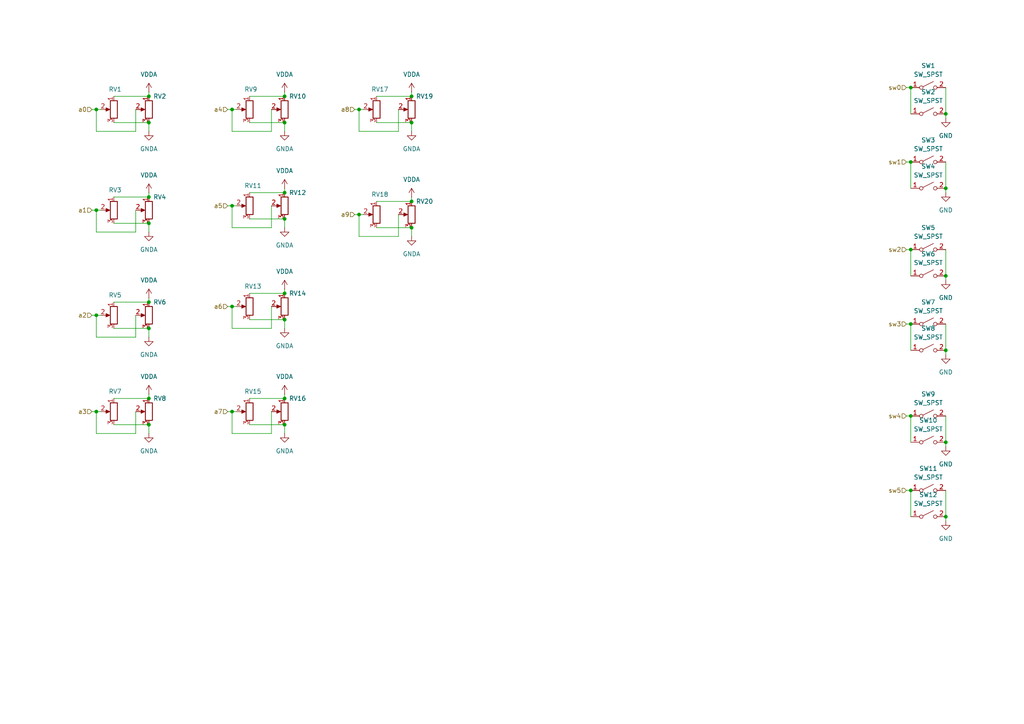
<source format=kicad_sch>
(kicad_sch (version 20250114) (generator "eeschema") (generator_version "9.0")
  (paper "A4")
  (lib_symbols
    (symbol "Device:R_Potentiometer" (pin_names (offset 1.016) (hide yes))
      (property "Reference" "RV" (at -4.445 0 90))
      (property "Value" "R_Potentiometer" (at -2.54 0 90))
      (symbol "R_Potentiometer_0_1"
        (rectangle (start 1.016 2.54) (end -1.016 -2.54) (stroke (width 0.254)))
        (polyline (pts (xy 1.143 0) (xy 2.286 0.508) (xy 2.286 -0.508) (xy 1.143 0)) (fill (type outline)))
        (polyline (pts (xy 2.54 0) (xy 1.524 0)))
      )
      (symbol "R_Potentiometer_1_1"
        (pin passive line (at 0 3.81 270) (length 1.27) (name "1") (number "1"))
        (pin passive line (at 0 -3.81 90) (length 1.27) (name "3") (number "3"))
        (pin passive line (at 3.81 0 180) (length 1.27) (name "2") (number "2"))
      )
    )
    (symbol "Switch:SW_SPST" (pin_names (offset 0) (hide yes))
      (property "Reference" "SW" (at 0 3.175 0))
      (property "Value" "SW_SPST" (at 0 -2.54 0))
      (symbol "SW_SPST_0_0"
        (circle (center -2.032 0) (radius 0.508))
        (polyline (pts (xy -1.524 0.254) (xy 1.524 1.778)))
        (circle (center 2.032 0) (radius 0.508))
      )
      (symbol "SW_SPST_1_1"
        (pin passive line (at -5.08 0 0) (length 2.54) (name "A") (number "1"))
        (pin passive line (at 5.08 0 180) (length 2.54) (name "B") (number "2"))
      )
    )
    (symbol "power:GND" (power) (pin_numbers (hide yes)) (pin_names (offset 0) (hide yes))
      (property "Value" "GND" (at 0 -3.81 0))
      (symbol "GND_0_1"
        (polyline (pts (xy 0 0) (xy 0 -1.27) (xy 1.27 -1.27) (xy 0 -2.54) (xy -1.27 -1.27) (xy 0 -1.27)))
      )
      (symbol "GND_1_1"
        (pin power_in line (at 0 0 270) (length 0) (name "~") (number "1"))
      )
    )
    (symbol "power:GNDA" (power) (pin_numbers (hide yes)) (pin_names (offset 0) (hide yes))
      (property "Value" "GNDA" (at 0 -3.81 0))
      (symbol "GNDA_0_1"
        (polyline (pts (xy 0 0) (xy 0 -1.27) (xy 1.27 -1.27) (xy 0 -2.54) (xy -1.27 -1.27) (xy 0 -1.27)))
      )
      (symbol "GNDA_1_1"
        (pin power_in line (at 0 0 270) (length 0) (name "~") (number "1"))
      )
    )
    (symbol "power:VDDA" (power) (pin_numbers (hide yes)) (pin_names (offset 0) (hide yes))
      (property "Value" "VDDA" (at 0 3.556 0))
      (symbol "VDDA_0_1"
        (polyline (pts (xy -0.762 1.27) (xy 0 2.54)))
        (polyline (pts (xy 0 2.54) (xy 0.762 1.27)))
        (polyline (pts (xy 0 0) (xy 0 2.54)))
      )
      (symbol "VDDA_1_1"
        (pin power_in line (at 0 0 90) (length 0) (name "~") (number "1"))
      )
    )
  )
  (junction (at 119.38 35.56))
  (junction (at 82.55 115.57))
  (junction (at 264.16 72.39))
  (junction (at 274.32 128.27))
  (junction (at 274.32 101.6))
  (junction (at 43.18 27.94))
  (junction (at 82.55 85.09))
  (junction (at 27.94 31.75))
  (junction (at 43.18 57.15))
  (junction (at 82.55 123.19))
  (junction (at 43.18 115.57))
  (junction (at 82.55 27.94))
  (junction (at 104.14 31.75))
  (junction (at 119.38 58.42))
  (junction (at 264.16 46.99))
  (junction (at 82.55 63.5))
  (junction (at 27.94 91.44))
  (junction (at 67.31 88.9))
  (junction (at 274.32 149.86))
  (junction (at 264.16 120.65))
  (junction (at 43.18 87.63))
  (junction (at 82.55 92.71))
  (junction (at 67.31 31.75))
  (junction (at 274.32 54.61))
  (junction (at 104.14 62.23))
  (junction (at 43.18 123.19))
  (junction (at 43.18 64.77))
  (junction (at 119.38 27.94))
  (junction (at 27.94 60.96))
  (junction (at 274.32 33.02))
  (junction (at 43.18 95.25))
  (junction (at 264.16 142.24))
  (junction (at 43.18 35.56))
  (junction (at 67.31 119.38))
  (junction (at 274.32 80.01))
  (junction (at 264.16 25.4))
  (junction (at 67.31 59.69))
  (junction (at 119.38 66.04))
  (junction (at 82.55 55.88))
  (junction (at 82.55 35.56))
  (junction (at 264.16 93.98))
  (junction (at 27.94 119.38))
  (wire (pts (xy 78.74 38.1) (xy 67.31 38.1)))
  (wire (pts (xy 119.38 57.15) (xy 119.38 58.42)))
  (wire (pts (xy 33.02 87.63) (xy 43.18 87.63)))
  (wire (pts (xy 43.18 55.88) (xy 43.18 57.15)))
  (wire (pts (xy 115.57 38.1) (xy 104.14 38.1)))
  (wire (pts (xy 33.02 57.15) (xy 43.18 57.15)))
  (wire (pts (xy 66.04 88.9) (xy 67.31 88.9)))
  (wire (pts (xy 274.32 142.24) (xy 274.32 149.86)))
  (wire (pts (xy 78.74 95.25) (xy 67.31 95.25)))
  (wire (pts (xy 67.31 119.38) (xy 68.58 119.38)))
  (wire (pts (xy 274.32 54.61) (xy 274.32 55.88)))
  (wire (pts (xy 39.37 67.31) (xy 27.94 67.31)))
  (wire (pts (xy 102.87 31.75) (xy 104.14 31.75)))
  (wire (pts (xy 82.55 63.5) (xy 82.55 66.04)))
  (wire (pts (xy 67.31 88.9) (xy 68.58 88.9)))
  (wire (pts (xy 39.37 91.44) (xy 39.37 97.79)))
  (wire (pts (xy 102.87 62.23) (xy 104.14 62.23)))
  (wire (pts (xy 82.55 114.3) (xy 82.55 115.57)))
  (wire (pts (xy 66.04 59.69) (xy 67.31 59.69)))
  (wire (pts (xy 109.22 66.04) (xy 119.38 66.04)))
  (wire (pts (xy 119.38 35.56) (xy 119.38 38.1)))
  (wire (pts (xy 274.32 80.01) (xy 274.32 81.28)))
  (wire (pts (xy 43.18 114.3) (xy 43.18 115.57)))
  (wire (pts (xy 66.04 119.38) (xy 67.31 119.38)))
  (wire (pts (xy 72.39 115.57) (xy 82.55 115.57)))
  (wire (pts (xy 82.55 26.67) (xy 82.55 27.94)))
  (wire (pts (xy 82.55 123.19) (xy 82.55 125.73)))
  (wire (pts (xy 72.39 63.5) (xy 82.55 63.5)))
  (wire (pts (xy 67.31 125.73) (xy 67.31 119.38)))
  (wire (pts (xy 109.22 58.42) (xy 119.38 58.42)))
  (wire (pts (xy 67.31 95.25) (xy 67.31 88.9)))
  (wire (pts (xy 262.89 25.4) (xy 264.16 25.4)))
  (wire (pts (xy 104.14 38.1) (xy 104.14 31.75)))
  (wire (pts (xy 264.16 72.39) (xy 264.16 80.01)))
  (wire (pts (xy 67.31 38.1) (xy 67.31 31.75)))
  (wire (pts (xy 82.55 35.56) (xy 82.55 38.1)))
  (wire (pts (xy 82.55 54.61) (xy 82.55 55.88)))
  (wire (pts (xy 78.74 88.9) (xy 78.74 95.25)))
  (wire (pts (xy 72.39 85.09) (xy 82.55 85.09)))
  (wire (pts (xy 109.22 27.94) (xy 119.38 27.94)))
  (wire (pts (xy 33.02 123.19) (xy 43.18 123.19)))
  (wire (pts (xy 78.74 119.38) (xy 78.74 125.73)))
  (wire (pts (xy 26.67 60.96) (xy 27.94 60.96)))
  (wire (pts (xy 67.31 66.04) (xy 67.31 59.69)))
  (wire (pts (xy 43.18 86.36) (xy 43.18 87.63)))
  (wire (pts (xy 264.16 25.4) (xy 264.16 33.02)))
  (wire (pts (xy 274.32 149.86) (xy 274.32 151.13)))
  (wire (pts (xy 26.67 31.75) (xy 27.94 31.75)))
  (wire (pts (xy 43.18 26.67) (xy 43.18 27.94)))
  (wire (pts (xy 78.74 66.04) (xy 67.31 66.04)))
  (wire (pts (xy 82.55 92.71) (xy 82.55 95.25)))
  (wire (pts (xy 43.18 123.19) (xy 43.18 125.73)))
  (wire (pts (xy 264.16 142.24) (xy 264.16 149.86)))
  (wire (pts (xy 26.67 119.38) (xy 27.94 119.38)))
  (wire (pts (xy 104.14 31.75) (xy 105.41 31.75)))
  (wire (pts (xy 67.31 31.75) (xy 68.58 31.75)))
  (wire (pts (xy 274.32 101.6) (xy 274.32 102.87)))
  (wire (pts (xy 115.57 31.75) (xy 115.57 38.1)))
  (wire (pts (xy 39.37 38.1) (xy 27.94 38.1)))
  (wire (pts (xy 104.14 62.23) (xy 105.41 62.23)))
  (wire (pts (xy 67.31 59.69) (xy 68.58 59.69)))
  (wire (pts (xy 115.57 62.23) (xy 115.57 68.58)))
  (wire (pts (xy 72.39 55.88) (xy 82.55 55.88)))
  (wire (pts (xy 43.18 35.56) (xy 43.18 38.1)))
  (wire (pts (xy 72.39 27.94) (xy 82.55 27.94)))
  (wire (pts (xy 274.32 72.39) (xy 274.32 80.01)))
  (wire (pts (xy 262.89 120.65) (xy 264.16 120.65)))
  (wire (pts (xy 27.94 125.73) (xy 27.94 119.38)))
  (wire (pts (xy 109.22 35.56) (xy 119.38 35.56)))
  (wire (pts (xy 27.94 67.31) (xy 27.94 60.96)))
  (wire (pts (xy 82.55 83.82) (xy 82.55 85.09)))
  (wire (pts (xy 264.16 46.99) (xy 264.16 54.61)))
  (wire (pts (xy 262.89 93.98) (xy 264.16 93.98)))
  (wire (pts (xy 72.39 123.19) (xy 82.55 123.19)))
  (wire (pts (xy 39.37 60.96) (xy 39.37 67.31)))
  (wire (pts (xy 26.67 91.44) (xy 27.94 91.44)))
  (wire (pts (xy 27.94 97.79) (xy 27.94 91.44)))
  (wire (pts (xy 33.02 95.25) (xy 43.18 95.25)))
  (wire (pts (xy 72.39 92.71) (xy 82.55 92.71)))
  (wire (pts (xy 33.02 27.94) (xy 43.18 27.94)))
  (wire (pts (xy 27.94 38.1) (xy 27.94 31.75)))
  (wire (pts (xy 262.89 72.39) (xy 264.16 72.39)))
  (wire (pts (xy 78.74 31.75) (xy 78.74 38.1)))
  (wire (pts (xy 262.89 142.24) (xy 264.16 142.24)))
  (wire (pts (xy 104.14 68.58) (xy 104.14 62.23)))
  (wire (pts (xy 264.16 93.98) (xy 264.16 101.6)))
  (wire (pts (xy 264.16 120.65) (xy 264.16 128.27)))
  (wire (pts (xy 27.94 119.38) (xy 29.21 119.38)))
  (wire (pts (xy 119.38 66.04) (xy 119.38 68.58)))
  (wire (pts (xy 39.37 97.79) (xy 27.94 97.79)))
  (wire (pts (xy 39.37 119.38) (xy 39.37 125.73)))
  (wire (pts (xy 274.32 120.65) (xy 274.32 128.27)))
  (wire (pts (xy 43.18 64.77) (xy 43.18 67.31)))
  (wire (pts (xy 33.02 115.57) (xy 43.18 115.57)))
  (wire (pts (xy 119.38 26.67) (xy 119.38 27.94)))
  (wire (pts (xy 274.32 46.99) (xy 274.32 54.61)))
  (wire (pts (xy 72.39 35.56) (xy 82.55 35.56)))
  (wire (pts (xy 66.04 31.75) (xy 67.31 31.75)))
  (wire (pts (xy 39.37 31.75) (xy 39.37 38.1)))
  (wire (pts (xy 39.37 125.73) (xy 27.94 125.73)))
  (wire (pts (xy 33.02 64.77) (xy 43.18 64.77)))
  (wire (pts (xy 274.32 25.4) (xy 274.32 33.02)))
  (wire (pts (xy 78.74 125.73) (xy 67.31 125.73)))
  (wire (pts (xy 262.89 46.99) (xy 264.16 46.99)))
  (wire (pts (xy 274.32 33.02) (xy 274.32 34.29)))
  (wire (pts (xy 115.57 68.58) (xy 104.14 68.58)))
  (wire (pts (xy 274.32 128.27) (xy 274.32 129.54)))
  (wire (pts (xy 27.94 31.75) (xy 29.21 31.75)))
  (wire (pts (xy 43.18 95.25) (xy 43.18 97.79)))
  (wire (pts (xy 33.02 35.56) (xy 43.18 35.56)))
  (wire (pts (xy 274.32 93.98) (xy 274.32 101.6)))
  (wire (pts (xy 27.94 91.44) (xy 29.21 91.44)))
  (wire (pts (xy 78.74 59.69) (xy 78.74 66.04)))
  (wire (pts (xy 27.94 60.96) (xy 29.21 60.96)))
  (hierarchical_label "a0" (shape input) (at 26.67 31.75 180))
  (hierarchical_label "a3" (shape input) (at 26.67 119.38 180))
  (hierarchical_label "sw5" (shape input) (at 262.89 142.24 180))
  (hierarchical_label "a5" (shape input) (at 66.04 59.69 180))
  (hierarchical_label "a6" (shape input) (at 66.04 88.9 180))
  (hierarchical_label "a8" (shape input) (at 102.87 31.75 180))
  (hierarchical_label "a4" (shape input) (at 66.04 31.75 180))
  (hierarchical_label "sw1" (shape input) (at 262.89 46.99 180))
  (hierarchical_label "sw4" (shape input) (at 262.89 120.65 180))
  (hierarchical_label "a9" (shape input) (at 102.87 62.23 180))
  (hierarchical_label "sw2" (shape input) (at 262.89 72.39 180))
  (hierarchical_label "sw3" (shape input) (at 262.89 93.98 180))
  (hierarchical_label "a1" (shape input) (at 26.67 60.96 180))
  (hierarchical_label "a2" (shape input) (at 26.67 91.44 180))
  (hierarchical_label "sw0" (shape input) (at 262.89 25.4 180))
  (hierarchical_label "a7" (shape input) (at 66.04 119.38 180))
  (symbol (lib_id "Switch:SW_SPST") (at 269.24 33.02 0) (unit 1)
    (property "Reference" "SW2" (at 269.24 26.67 0))
    (property "Value" "SW_SPST" (at 269.24 29.21 0))
    (property "Footprint" "Button_Switch_THT:SW_TH_Tactile_Omron_B3F-110x" (effects (hide yes)))
    (property "Description" "Single Pole Single Throw (SPST) switch" (effects (hide yes)))
  )
  (symbol (lib_id "power:VDDA") (at 82.55 26.67 0) (unit 1)
    (property "Reference" "#PWR09" (effects (hide yes)))
    (property "Value" "VDDA" (at 82.55 21.59 0))
    (property "Description" "Power symbol creates a global label with name \"VDDA\"" (effects (hide yes)))
  )
  (symbol (lib_id "power:GNDA") (at 43.18 97.79 0) (unit 1)
    (property "Reference" "#PWR06" (effects (hide yes)))
    (property "Value" "GNDA" (at 43.18 102.87 0))
    (property "Description" "Power symbol creates a global label with name \"GNDA\" , analog ground" (effects (hide yes)))
  )
  (symbol (lib_id "Device:R_Potentiometer") (at 82.55 31.75 0) (mirror y) (unit 1)
    (property "Reference" "RV10" (at 83.82 27.94 0) (effects (justify right)))
    (property "Value" "R_Potentiometer" (effects (hide yes)))
    (property "Footprint" "Potentiometer_THT:Potentiometer_Vishay_T93YA_Vertical" (effects (hide yes)))
    (property "Description" "Potentiometer" (effects (hide yes)))
  )
  (symbol (lib_id "power:VDDA") (at 82.55 54.61 0) (unit 1)
    (property "Reference" "#PWR011" (effects (hide yes)))
    (property "Value" "VDDA" (at 82.55 49.53 0))
    (property "Description" "Power symbol creates a global label with name \"VDDA\"" (effects (hide yes)))
  )
  (symbol (lib_id "Device:R_Potentiometer") (at 82.55 88.9 0) (mirror y) (unit 1)
    (property "Reference" "RV14" (at 83.82 85.09 0) (effects (justify right)))
    (property "Value" "R_Potentiometer" (effects (hide yes)))
    (property "Footprint" "Potentiometer_THT:Potentiometer_Vishay_T93YA_Vertical" (effects (hide yes)))
    (property "Description" "Potentiometer" (effects (hide yes)))
  )
  (symbol (lib_id "Device:R_Potentiometer") (at 82.55 59.69 0) (mirror y) (unit 1)
    (property "Reference" "RV12" (at 83.82 55.88 0) (effects (justify right)))
    (property "Value" "R_Potentiometer" (effects (hide yes)))
    (property "Footprint" "Potentiometer_THT:Potentiometer_Vishay_T93YA_Vertical" (effects (hide yes)))
    (property "Description" "Potentiometer" (effects (hide yes)))
  )
  (symbol (lib_id "Switch:SW_SPST") (at 269.24 149.86 0) (unit 1)
    (property "Reference" "SW12" (at 269.24 143.51 0))
    (property "Value" "SW_SPST" (at 269.24 146.05 0))
    (property "Footprint" "Button_Switch_THT:SW_TH_Tactile_Omron_B3F-110x" (effects (hide yes)))
    (property "Description" "Single Pole Single Throw (SPST) switch" (effects (hide yes)))
  )
  (symbol (lib_id "power:GND") (at 274.32 102.87 0) (unit 1)
    (property "Reference" "#PWR035" (effects (hide yes)))
    (property "Value" "GND" (at 274.32 107.95 0))
    (property "Description" "Power symbol creates a global label with name \"GND\" , ground" (effects (hide yes)))
  )
  (symbol (lib_id "power:GND") (at 274.32 151.13 0) (unit 1)
    (property "Reference" "#PWR032" (effects (hide yes)))
    (property "Value" "GND" (at 274.32 156.21 0))
    (property "Description" "Power symbol creates a global label with name \"GND\" , ground" (effects (hide yes)))
  )
  (symbol (lib_id "Switch:SW_SPST") (at 269.24 93.98 0) (unit 1)
    (property "Reference" "SW7" (at 269.24 87.63 0))
    (property "Value" "SW_SPST" (at 269.24 90.17 0))
    (property "Footprint" "Button_Switch_SMD:SW_Push_1P1T_XKB_TS-1187A" (effects (hide yes)))
    (property "Description" "Single Pole Single Throw (SPST) switch" (effects (hide yes)))
  )
  (symbol (lib_id "Device:R_Potentiometer") (at 33.02 91.44 0) (mirror y) (unit 1)
    (property "Reference" "RV5" (at 31.496 85.598 0) (effects (justify right)))
    (property "Value" "R_Potentiometer" (effects (hide yes)))
    (property "Footprint" "Potentiometer_THT:Potentiometer_Vishay_T73YP_Vertical" (effects (hide yes)))
    (property "Description" "Potentiometer" (effects (hide yes)))
  )
  (symbol (lib_id "Switch:SW_SPST") (at 269.24 120.65 0) (unit 1)
    (property "Reference" "SW9" (at 269.24 114.3 0))
    (property "Value" "SW_SPST" (at 269.24 116.84 0))
    (property "Footprint" "Button_Switch_SMD:SW_Push_1P1T_XKB_TS-1187A" (effects (hide yes)))
    (property "Description" "Single Pole Single Throw (SPST) switch" (effects (hide yes)))
  )
  (symbol (lib_id "power:VDDA") (at 43.18 86.36 0) (unit 1)
    (property "Reference" "#PWR05" (effects (hide yes)))
    (property "Value" "VDDA" (at 43.18 81.28 0))
    (property "Description" "Power symbol creates a global label with name \"VDDA\"" (effects (hide yes)))
  )
  (symbol (lib_id "power:GNDA") (at 82.55 66.04 0) (unit 1)
    (property "Reference" "#PWR012" (effects (hide yes)))
    (property "Value" "GNDA" (at 82.55 71.12 0))
    (property "Description" "Power symbol creates a global label with name \"GNDA\" , analog ground" (effects (hide yes)))
  )
  (symbol (lib_id "Device:R_Potentiometer") (at 33.02 119.38 0) (mirror y) (unit 1)
    (property "Reference" "RV7" (at 31.496 113.538 0) (effects (justify right)))
    (property "Value" "R_Potentiometer" (effects (hide yes)))
    (property "Footprint" "Potentiometer_THT:Potentiometer_Vishay_T73YP_Vertical" (effects (hide yes)))
    (property "Description" "Potentiometer" (effects (hide yes)))
  )
  (symbol (lib_id "Switch:SW_SPST") (at 269.24 54.61 0) (unit 1)
    (property "Reference" "SW4" (at 269.24 48.26 0))
    (property "Value" "SW_SPST" (at 269.24 50.8 0))
    (property "Footprint" "Button_Switch_THT:SW_TH_Tactile_Omron_B3F-110x" (effects (hide yes)))
    (property "Description" "Single Pole Single Throw (SPST) switch" (effects (hide yes)))
  )
  (symbol (lib_id "power:GND") (at 274.32 129.54 0) (unit 1)
    (property "Reference" "#PWR033" (effects (hide yes)))
    (property "Value" "GND" (at 274.32 134.62 0))
    (property "Description" "Power symbol creates a global label with name \"GND\" , ground" (effects (hide yes)))
  )
  (symbol (lib_id "Device:R_Potentiometer") (at 109.22 62.23 0) (mirror y) (unit 1)
    (property "Reference" "RV18" (at 107.696 56.388 0) (effects (justify right)))
    (property "Value" "R_Potentiometer" (effects (hide yes)))
    (property "Footprint" "Potentiometer_THT:Potentiometer_Vishay_T73YP_Vertical" (effects (hide yes)))
    (property "Description" "Potentiometer" (effects (hide yes)))
  )
  (symbol (lib_id "power:GNDA") (at 82.55 38.1 0) (unit 1)
    (property "Reference" "#PWR010" (effects (hide yes)))
    (property "Value" "GNDA" (at 82.55 43.18 0))
    (property "Description" "Power symbol creates a global label with name \"GNDA\" , analog ground" (effects (hide yes)))
  )
  (symbol (lib_id "power:GND") (at 274.32 55.88 0) (unit 1)
    (property "Reference" "#PWR036" (effects (hide yes)))
    (property "Value" "GND" (at 274.32 60.96 0))
    (property "Description" "Power symbol creates a global label with name \"GND\" , ground" (effects (hide yes)))
  )
  (symbol (lib_id "Switch:SW_SPST") (at 269.24 142.24 0) (unit 1)
    (property "Reference" "SW11" (at 269.24 135.89 0))
    (property "Value" "SW_SPST" (at 269.24 138.43 0))
    (property "Footprint" "Button_Switch_SMD:SW_Push_1P1T_XKB_TS-1187A" (effects (hide yes)))
    (property "Description" "Single Pole Single Throw (SPST) switch" (effects (hide yes)))
  )
  (symbol (lib_id "Switch:SW_SPST") (at 269.24 80.01 0) (unit 1)
    (property "Reference" "SW6" (at 269.24 73.66 0))
    (property "Value" "SW_SPST" (at 269.24 76.2 0))
    (property "Footprint" "Button_Switch_THT:SW_TH_Tactile_Omron_B3F-110x" (effects (hide yes)))
    (property "Description" "Single Pole Single Throw (SPST) switch" (effects (hide yes)))
  )
  (symbol (lib_id "Switch:SW_SPST") (at 269.24 128.27 0) (unit 1)
    (property "Reference" "SW10" (at 269.24 121.92 0))
    (property "Value" "SW_SPST" (at 269.24 124.46 0))
    (property "Footprint" "Button_Switch_THT:SW_TH_Tactile_Omron_B3F-110x" (effects (hide yes)))
    (property "Description" "Single Pole Single Throw (SPST) switch" (effects (hide yes)))
  )
  (symbol (lib_id "Switch:SW_SPST") (at 269.24 25.4 0) (unit 1)
    (property "Reference" "SW1" (at 269.24 19.05 0))
    (property "Value" "SW_SPST" (at 269.24 21.59 0))
    (property "Footprint" "Button_Switch_SMD:SW_Push_1P1T_XKB_TS-1187A" (effects (hide yes)))
    (property "Description" "Single Pole Single Throw (SPST) switch" (effects (hide yes)))
  )
  (symbol (lib_id "Device:R_Potentiometer") (at 43.18 31.75 0) (mirror y) (unit 1)
    (property "Reference" "RV2" (at 44.45 27.94 0) (effects (justify right)))
    (property "Value" "R_Potentiometer" (effects (hide yes)))
    (property "Footprint" "Potentiometer_THT:Potentiometer_Vishay_T93YA_Vertical" (effects (hide yes)))
    (property "Description" "Potentiometer" (effects (hide yes)))
  )
  (symbol (lib_id "Device:R_Potentiometer") (at 43.18 119.38 0) (mirror y) (unit 1)
    (property "Reference" "RV8" (at 44.45 115.57 0) (effects (justify right)))
    (property "Value" "R_Potentiometer" (effects (hide yes)))
    (property "Footprint" "Potentiometer_THT:Potentiometer_Vishay_T93YA_Vertical" (effects (hide yes)))
    (property "Description" "Potentiometer" (effects (hide yes)))
  )
  (symbol (lib_id "Device:R_Potentiometer") (at 33.02 60.96 0) (mirror y) (unit 1)
    (property "Reference" "RV3" (at 31.496 55.118 0) (effects (justify right)))
    (property "Value" "R_Potentiometer" (effects (hide yes)))
    (property "Footprint" "Potentiometer_THT:Potentiometer_Vishay_T73YP_Vertical" (effects (hide yes)))
    (property "Description" "Potentiometer" (effects (hide yes)))
  )
  (symbol (lib_id "Device:R_Potentiometer") (at 43.18 91.44 0) (mirror y) (unit 1)
    (property "Reference" "RV6" (at 44.45 87.63 0) (effects (justify right)))
    (property "Value" "R_Potentiometer" (effects (hide yes)))
    (property "Footprint" "Potentiometer_THT:Potentiometer_Vishay_T93YA_Vertical" (effects (hide yes)))
    (property "Description" "Potentiometer" (effects (hide yes)))
  )
  (symbol (lib_id "power:GNDA") (at 82.55 95.25 0) (unit 1)
    (property "Reference" "#PWR014" (effects (hide yes)))
    (property "Value" "GNDA" (at 82.55 100.33 0))
    (property "Description" "Power symbol creates a global label with name \"GNDA\" , analog ground" (effects (hide yes)))
  )
  (symbol (lib_id "power:GNDA") (at 43.18 67.31 0) (unit 1)
    (property "Reference" "#PWR04" (effects (hide yes)))
    (property "Value" "GNDA" (at 43.18 72.39 0))
    (property "Description" "Power symbol creates a global label with name \"GNDA\" , analog ground" (effects (hide yes)))
  )
  (symbol (lib_id "Switch:SW_SPST") (at 269.24 46.99 0) (unit 1)
    (property "Reference" "SW3" (at 269.24 40.64 0))
    (property "Value" "SW_SPST" (at 269.24 43.18 0))
    (property "Footprint" "Button_Switch_SMD:SW_Push_1P1T_XKB_TS-1187A" (effects (hide yes)))
    (property "Description" "Single Pole Single Throw (SPST) switch" (effects (hide yes)))
  )
  (symbol (lib_id "Device:R_Potentiometer") (at 72.39 31.75 0) (mirror y) (unit 1)
    (property "Reference" "RV9" (at 70.866 25.908 0) (effects (justify right)))
    (property "Value" "R_Potentiometer" (effects (hide yes)))
    (property "Footprint" "Potentiometer_THT:Potentiometer_Vishay_T73YP_Vertical" (effects (hide yes)))
    (property "Description" "Potentiometer" (effects (hide yes)))
  )
  (symbol (lib_id "Device:R_Potentiometer") (at 72.39 88.9 0) (mirror y) (unit 1)
    (property "Reference" "RV13" (at 70.866 83.058 0) (effects (justify right)))
    (property "Value" "R_Potentiometer" (effects (hide yes)))
    (property "Footprint" "Potentiometer_THT:Potentiometer_Vishay_T73YP_Vertical" (effects (hide yes)))
    (property "Description" "Potentiometer" (effects (hide yes)))
  )
  (symbol (lib_id "power:GND") (at 274.32 34.29 0) (unit 1)
    (property "Reference" "#PWR037" (effects (hide yes)))
    (property "Value" "GND" (at 274.32 39.37 0))
    (property "Description" "Power symbol creates a global label with name \"GND\" , ground" (effects (hide yes)))
  )
  (symbol (lib_id "Device:R_Potentiometer") (at 72.39 119.38 0) (mirror y) (unit 1)
    (property "Reference" "RV15" (at 70.866 113.538 0) (effects (justify right)))
    (property "Value" "R_Potentiometer" (effects (hide yes)))
    (property "Footprint" "Potentiometer_THT:Potentiometer_Vishay_T73YP_Vertical" (effects (hide yes)))
    (property "Description" "Potentiometer" (effects (hide yes)))
  )
  (symbol (lib_id "power:VDDA") (at 119.38 57.15 0) (unit 1)
    (property "Reference" "#PWR030" (effects (hide yes)))
    (property "Value" "VDDA" (at 119.38 52.07 0))
    (property "Description" "Power symbol creates a global label with name \"VDDA\"" (effects (hide yes)))
  )
  (symbol (lib_id "Device:R_Potentiometer") (at 82.55 119.38 0) (mirror y) (unit 1)
    (property "Reference" "RV16" (at 83.82 115.57 0) (effects (justify right)))
    (property "Value" "R_Potentiometer" (effects (hide yes)))
    (property "Footprint" "Potentiometer_THT:Potentiometer_Vishay_T93YA_Vertical" (effects (hide yes)))
    (property "Description" "Potentiometer" (effects (hide yes)))
  )
  (symbol (lib_id "power:VDDA") (at 43.18 114.3 0) (unit 1)
    (property "Reference" "#PWR07" (effects (hide yes)))
    (property "Value" "VDDA" (at 43.18 109.22 0))
    (property "Description" "Power symbol creates a global label with name \"VDDA\"" (effects (hide yes)))
  )
  (symbol (lib_id "Switch:SW_SPST") (at 269.24 101.6 0) (unit 1)
    (property "Reference" "SW8" (at 269.24 95.25 0))
    (property "Value" "SW_SPST" (at 269.24 97.79 0))
    (property "Footprint" "Button_Switch_THT:SW_TH_Tactile_Omron_B3F-110x" (effects (hide yes)))
    (property "Description" "Single Pole Single Throw (SPST) switch" (effects (hide yes)))
  )
  (symbol (lib_id "Device:R_Potentiometer") (at 119.38 62.23 0) (mirror y) (unit 1)
    (property "Reference" "RV20" (at 120.65 58.42 0) (effects (justify right)))
    (property "Value" "R_Potentiometer" (effects (hide yes)))
    (property "Footprint" "Potentiometer_THT:Potentiometer_Vishay_T93YA_Vertical" (effects (hide yes)))
    (property "Description" "Potentiometer" (effects (hide yes)))
  )
  (symbol (lib_id "Device:R_Potentiometer") (at 33.02 31.75 0) (mirror y) (unit 1)
    (property "Reference" "RV1" (at 31.496 25.908 0) (effects (justify right)))
    (property "Value" "R_Potentiometer" (effects (hide yes)))
    (property "Footprint" "Potentiometer_THT:Potentiometer_Vishay_T73YP_Vertical" (effects (hide yes)))
    (property "Description" "Potentiometer" (effects (hide yes)))
  )
  (symbol (lib_id "power:VDDA") (at 43.18 26.67 0) (unit 1)
    (property "Reference" "#PWR02" (effects (hide yes)))
    (property "Value" "VDDA" (at 43.18 21.59 0))
    (property "Description" "Power symbol creates a global label with name \"VDDA\"" (effects (hide yes)))
  )
  (symbol (lib_id "power:GNDA") (at 43.18 38.1 0) (unit 1)
    (property "Reference" "#PWR01" (effects (hide yes)))
    (property "Value" "GNDA" (at 43.18 43.18 0))
    (property "Description" "Power symbol creates a global label with name \"GNDA\" , analog ground" (effects (hide yes)))
  )
  (symbol (lib_id "Device:R_Potentiometer") (at 119.38 31.75 0) (mirror y) (unit 1)
    (property "Reference" "RV19" (at 120.65 27.94 0) (effects (justify right)))
    (property "Value" "R_Potentiometer" (effects (hide yes)))
    (property "Footprint" "Potentiometer_THT:Potentiometer_Vishay_T93YA_Vertical" (effects (hide yes)))
    (property "Description" "Potentiometer" (effects (hide yes)))
  )
  (symbol (lib_id "power:GNDA") (at 82.55 125.73 0) (unit 1)
    (property "Reference" "#PWR016" (effects (hide yes)))
    (property "Value" "GNDA" (at 82.55 130.81 0))
    (property "Description" "Power symbol creates a global label with name \"GNDA\" , analog ground" (effects (hide yes)))
  )
  (symbol (lib_id "Device:R_Potentiometer") (at 43.18 60.96 0) (mirror y) (unit 1)
    (property "Reference" "RV4" (at 44.45 57.15 0) (effects (justify right)))
    (property "Value" "R_Potentiometer" (effects (hide yes)))
    (property "Footprint" "Potentiometer_THT:Potentiometer_Vishay_T93YA_Vertical" (effects (hide yes)))
    (property "Description" "Potentiometer" (effects (hide yes)))
  )
  (symbol (lib_id "Device:R_Potentiometer") (at 109.22 31.75 0) (mirror y) (unit 1)
    (property "Reference" "RV17" (at 107.696 25.908 0) (effects (justify right)))
    (property "Value" "R_Potentiometer" (effects (hide yes)))
    (property "Footprint" "Potentiometer_THT:Potentiometer_Vishay_T73YP_Vertical" (effects (hide yes)))
    (property "Description" "Potentiometer" (effects (hide yes)))
  )
  (symbol (lib_id "power:VDDA") (at 119.38 26.67 0) (unit 1)
    (property "Reference" "#PWR028" (effects (hide yes)))
    (property "Value" "VDDA" (at 119.38 21.59 0))
    (property "Description" "Power symbol creates a global label with name \"VDDA\"" (effects (hide yes)))
  )
  (symbol (lib_id "Device:R_Potentiometer") (at 72.39 59.69 0) (mirror y) (unit 1)
    (property "Reference" "RV11" (at 70.866 53.848 0) (effects (justify right)))
    (property "Value" "R_Potentiometer" (effects (hide yes)))
    (property "Footprint" "Potentiometer_THT:Potentiometer_Vishay_T73YP_Vertical" (effects (hide yes)))
    (property "Description" "Potentiometer" (effects (hide yes)))
  )
  (symbol (lib_id "power:GND") (at 274.32 81.28 0) (unit 1)
    (property "Reference" "#PWR034" (effects (hide yes)))
    (property "Value" "GND" (at 274.32 86.36 0))
    (property "Description" "Power symbol creates a global label with name \"GND\" , ground" (effects (hide yes)))
  )
  (symbol (lib_id "power:GNDA") (at 43.18 125.73 0) (unit 1)
    (property "Reference" "#PWR08" (effects (hide yes)))
    (property "Value" "GNDA" (at 43.18 130.81 0))
    (property "Description" "Power symbol creates a global label with name \"GNDA\" , analog ground" (effects (hide yes)))
  )
  (symbol (lib_id "power:GNDA") (at 119.38 68.58 0) (unit 1)
    (property "Reference" "#PWR031" (effects (hide yes)))
    (property "Value" "GNDA" (at 119.38 73.66 0))
    (property "Description" "Power symbol creates a global label with name \"GNDA\" , analog ground" (effects (hide yes)))
  )
  (symbol (lib_id "power:VDDA") (at 82.55 114.3 0) (unit 1)
    (property "Reference" "#PWR015" (effects (hide yes)))
    (property "Value" "VDDA" (at 82.55 109.22 0))
    (property "Description" "Power symbol creates a global label with name \"VDDA\"" (effects (hide yes)))
  )
  (symbol (lib_id "power:VDDA") (at 82.55 83.82 0) (unit 1)
    (property "Reference" "#PWR013" (effects (hide yes)))
    (property "Value" "VDDA" (at 82.55 78.74 0))
    (property "Description" "Power symbol creates a global label with name \"VDDA\"" (effects (hide yes)))
  )
  (symbol (lib_id "power:VDDA") (at 43.18 55.88 0) (unit 1)
    (property "Reference" "#PWR03" (effects (hide yes)))
    (property "Value" "VDDA" (at 43.18 50.8 0))
    (property "Description" "Power symbol creates a global label with name \"VDDA\"" (effects (hide yes)))
  )
  (symbol (lib_id "Switch:SW_SPST") (at 269.24 72.39 0) (unit 1)
    (property "Reference" "SW5" (at 269.24 66.04 0))
    (property "Value" "SW_SPST" (at 269.24 68.58 0))
    (property "Footprint" "Button_Switch_SMD:SW_Push_1P1T_XKB_TS-1187A" (effects (hide yes)))
    (property "Description" "Single Pole Single Throw (SPST) switch" (effects (hide yes)))
  )
  (symbol (lib_id "power:GNDA") (at 119.38 38.1 0) (unit 1)
    (property "Reference" "#PWR029" (effects (hide yes)))
    (property "Value" "GNDA" (at 119.38 43.18 0))
    (property "Description" "Power symbol creates a global label with name \"GNDA\" , analog ground" (effects (hide yes)))
  )
)
</source>
